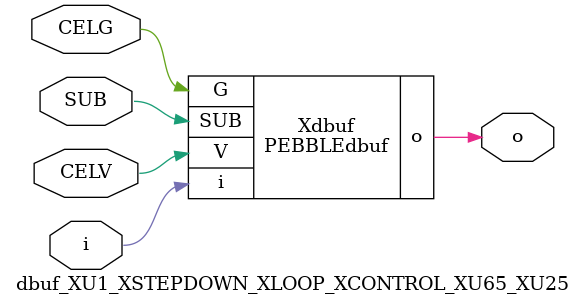
<source format=v>



module PEBBLEdbuf ( o, G, SUB, V, i );

  input V;
  input i;
  input G;
  output o;
  input SUB;
endmodule

//Celera Confidential Do Not Copy dbuf_XU1_XSTEPDOWN_XLOOP_XCONTROL_XU65_XU25
//Celera Confidential Symbol Generator
//Digital Buffer
module dbuf_XU1_XSTEPDOWN_XLOOP_XCONTROL_XU65_XU25 (CELV,CELG,i,o,SUB);
input CELV;
input CELG;
input i;
input SUB;
output o;

//Celera Confidential Do Not Copy dbuf
PEBBLEdbuf Xdbuf(
.V (CELV),
.i (i),
.o (o),
.SUB (SUB),
.G (CELG)
);
//,diesize,PEBBLEdbuf

//Celera Confidential Do Not Copy Module End
//Celera Schematic Generator
endmodule

</source>
